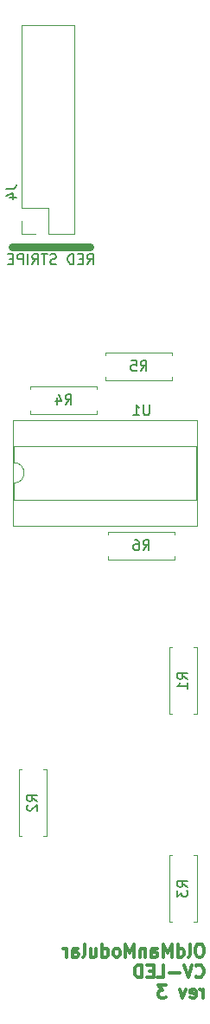
<source format=gbr>
%TF.GenerationSoftware,KiCad,Pcbnew,(6.0.0)*%
%TF.CreationDate,2022-02-22T23:17:02-05:00*%
%TF.ProjectId,LedController1,4c656443-6f6e-4747-926f-6c6c6572312e,rev?*%
%TF.SameCoordinates,Original*%
%TF.FileFunction,Legend,Bot*%
%TF.FilePolarity,Positive*%
%FSLAX46Y46*%
G04 Gerber Fmt 4.6, Leading zero omitted, Abs format (unit mm)*
G04 Created by KiCad (PCBNEW (6.0.0)) date 2022-02-22 23:17:02*
%MOMM*%
%LPD*%
G01*
G04 APERTURE LIST*
%ADD10C,0.300000*%
%ADD11C,0.150000*%
%ADD12C,0.750000*%
%ADD13C,0.120000*%
G04 APERTURE END LIST*
D10*
X19271691Y-93052164D02*
X19033596Y-93052164D01*
X18914548Y-93111688D01*
X18795501Y-93230735D01*
X18735977Y-93468830D01*
X18735977Y-93885497D01*
X18795501Y-94123592D01*
X18914548Y-94242640D01*
X19033596Y-94302164D01*
X19271691Y-94302164D01*
X19390739Y-94242640D01*
X19509786Y-94123592D01*
X19569310Y-93885497D01*
X19569310Y-93468830D01*
X19509786Y-93230735D01*
X19390739Y-93111688D01*
X19271691Y-93052164D01*
X18021691Y-94302164D02*
X18140739Y-94242640D01*
X18200263Y-94123592D01*
X18200263Y-93052164D01*
X17009786Y-94302164D02*
X17009786Y-93052164D01*
X17009786Y-94242640D02*
X17128834Y-94302164D01*
X17366929Y-94302164D01*
X17485977Y-94242640D01*
X17545501Y-94183116D01*
X17605025Y-94064068D01*
X17605025Y-93706926D01*
X17545501Y-93587878D01*
X17485977Y-93528354D01*
X17366929Y-93468830D01*
X17128834Y-93468830D01*
X17009786Y-93528354D01*
X16414548Y-94302164D02*
X16414548Y-93052164D01*
X15997882Y-93945021D01*
X15581215Y-93052164D01*
X15581215Y-94302164D01*
X14450263Y-94302164D02*
X14450263Y-93647402D01*
X14509786Y-93528354D01*
X14628834Y-93468830D01*
X14866929Y-93468830D01*
X14985977Y-93528354D01*
X14450263Y-94242640D02*
X14569310Y-94302164D01*
X14866929Y-94302164D01*
X14985977Y-94242640D01*
X15045501Y-94123592D01*
X15045501Y-94004545D01*
X14985977Y-93885497D01*
X14866929Y-93825973D01*
X14569310Y-93825973D01*
X14450263Y-93766449D01*
X13855025Y-93468830D02*
X13855025Y-94302164D01*
X13855025Y-93587878D02*
X13795501Y-93528354D01*
X13676453Y-93468830D01*
X13497882Y-93468830D01*
X13378834Y-93528354D01*
X13319310Y-93647402D01*
X13319310Y-94302164D01*
X12724072Y-94302164D02*
X12724072Y-93052164D01*
X12307406Y-93945021D01*
X11890739Y-93052164D01*
X11890739Y-94302164D01*
X11116929Y-94302164D02*
X11235977Y-94242640D01*
X11295501Y-94183116D01*
X11355025Y-94064068D01*
X11355025Y-93706926D01*
X11295501Y-93587878D01*
X11235977Y-93528354D01*
X11116929Y-93468830D01*
X10938358Y-93468830D01*
X10819310Y-93528354D01*
X10759786Y-93587878D01*
X10700263Y-93706926D01*
X10700263Y-94064068D01*
X10759786Y-94183116D01*
X10819310Y-94242640D01*
X10938358Y-94302164D01*
X11116929Y-94302164D01*
X9628834Y-94302164D02*
X9628834Y-93052164D01*
X9628834Y-94242640D02*
X9747882Y-94302164D01*
X9985977Y-94302164D01*
X10105025Y-94242640D01*
X10164548Y-94183116D01*
X10224072Y-94064068D01*
X10224072Y-93706926D01*
X10164548Y-93587878D01*
X10105025Y-93528354D01*
X9985977Y-93468830D01*
X9747882Y-93468830D01*
X9628834Y-93528354D01*
X8497882Y-93468830D02*
X8497882Y-94302164D01*
X9033596Y-93468830D02*
X9033596Y-94123592D01*
X8974072Y-94242640D01*
X8855025Y-94302164D01*
X8676453Y-94302164D01*
X8557406Y-94242640D01*
X8497882Y-94183116D01*
X7724072Y-94302164D02*
X7843120Y-94242640D01*
X7902644Y-94123592D01*
X7902644Y-93052164D01*
X6712167Y-94302164D02*
X6712167Y-93647402D01*
X6771691Y-93528354D01*
X6890739Y-93468830D01*
X7128834Y-93468830D01*
X7247882Y-93528354D01*
X6712167Y-94242640D02*
X6831215Y-94302164D01*
X7128834Y-94302164D01*
X7247882Y-94242640D01*
X7307406Y-94123592D01*
X7307406Y-94004545D01*
X7247882Y-93885497D01*
X7128834Y-93825973D01*
X6831215Y-93825973D01*
X6712167Y-93766449D01*
X6116929Y-94302164D02*
X6116929Y-93468830D01*
X6116929Y-93706926D02*
X6057406Y-93587878D01*
X5997882Y-93528354D01*
X5878834Y-93468830D01*
X5759786Y-93468830D01*
X18795501Y-96195616D02*
X18855025Y-96255140D01*
X19033596Y-96314664D01*
X19152644Y-96314664D01*
X19331215Y-96255140D01*
X19450263Y-96136092D01*
X19509786Y-96017045D01*
X19569310Y-95778949D01*
X19569310Y-95600378D01*
X19509786Y-95362283D01*
X19450263Y-95243235D01*
X19331215Y-95124188D01*
X19152644Y-95064664D01*
X19033596Y-95064664D01*
X18855025Y-95124188D01*
X18795501Y-95183711D01*
X18438358Y-95064664D02*
X18021691Y-96314664D01*
X17605025Y-95064664D01*
X17188358Y-95838473D02*
X16235977Y-95838473D01*
X15045501Y-96314664D02*
X15640739Y-96314664D01*
X15640739Y-95064664D01*
X14628834Y-95659902D02*
X14212167Y-95659902D01*
X14033596Y-96314664D02*
X14628834Y-96314664D01*
X14628834Y-95064664D01*
X14033596Y-95064664D01*
X13497882Y-96314664D02*
X13497882Y-95064664D01*
X13200263Y-95064664D01*
X13021691Y-95124188D01*
X12902644Y-95243235D01*
X12843120Y-95362283D01*
X12783596Y-95600378D01*
X12783596Y-95778949D01*
X12843120Y-96017045D01*
X12902644Y-96136092D01*
X13021691Y-96255140D01*
X13200263Y-96314664D01*
X13497882Y-96314664D01*
X19509786Y-98327164D02*
X19509786Y-97493830D01*
X19509786Y-97731926D02*
X19450263Y-97612878D01*
X19390739Y-97553354D01*
X19271691Y-97493830D01*
X19152644Y-97493830D01*
X18259786Y-98267640D02*
X18378834Y-98327164D01*
X18616929Y-98327164D01*
X18735977Y-98267640D01*
X18795501Y-98148592D01*
X18795501Y-97672402D01*
X18735977Y-97553354D01*
X18616929Y-97493830D01*
X18378834Y-97493830D01*
X18259786Y-97553354D01*
X18200263Y-97672402D01*
X18200263Y-97791449D01*
X18795501Y-97910497D01*
X17783596Y-97493830D02*
X17485977Y-98327164D01*
X17188358Y-97493830D01*
X15878834Y-97077164D02*
X15105025Y-97077164D01*
X15521691Y-97553354D01*
X15343120Y-97553354D01*
X15224072Y-97612878D01*
X15164548Y-97672402D01*
X15105025Y-97791449D01*
X15105025Y-98089068D01*
X15164548Y-98208116D01*
X15224072Y-98267640D01*
X15343120Y-98327164D01*
X15700263Y-98327164D01*
X15819310Y-98267640D01*
X15878834Y-98208116D01*
D11*
X8143428Y-26614380D02*
X8476761Y-26138190D01*
X8714857Y-26614380D02*
X8714857Y-25614380D01*
X8333904Y-25614380D01*
X8238666Y-25662000D01*
X8191047Y-25709619D01*
X8143428Y-25804857D01*
X8143428Y-25947714D01*
X8191047Y-26042952D01*
X8238666Y-26090571D01*
X8333904Y-26138190D01*
X8714857Y-26138190D01*
X7714857Y-26090571D02*
X7381523Y-26090571D01*
X7238666Y-26614380D02*
X7714857Y-26614380D01*
X7714857Y-25614380D01*
X7238666Y-25614380D01*
X6810095Y-26614380D02*
X6810095Y-25614380D01*
X6572000Y-25614380D01*
X6429142Y-25662000D01*
X6333904Y-25757238D01*
X6286285Y-25852476D01*
X6238666Y-26042952D01*
X6238666Y-26185809D01*
X6286285Y-26376285D01*
X6333904Y-26471523D01*
X6429142Y-26566761D01*
X6572000Y-26614380D01*
X6810095Y-26614380D01*
X5095809Y-26566761D02*
X4952952Y-26614380D01*
X4714857Y-26614380D01*
X4619619Y-26566761D01*
X4571999Y-26519142D01*
X4524380Y-26423904D01*
X4524380Y-26328666D01*
X4571999Y-26233428D01*
X4619619Y-26185809D01*
X4714857Y-26138190D01*
X4905333Y-26090571D01*
X5000571Y-26042952D01*
X5048190Y-25995333D01*
X5095809Y-25900095D01*
X5095809Y-25804857D01*
X5048190Y-25709619D01*
X5000571Y-25662000D01*
X4905333Y-25614380D01*
X4667238Y-25614380D01*
X4524380Y-25662000D01*
X4238666Y-25614380D02*
X3667238Y-25614380D01*
X3952952Y-26614380D02*
X3952952Y-25614380D01*
X2762476Y-26614380D02*
X3095809Y-26138190D01*
X3333904Y-26614380D02*
X3333904Y-25614380D01*
X2952952Y-25614380D01*
X2857714Y-25662000D01*
X2810095Y-25709619D01*
X2762476Y-25804857D01*
X2762476Y-25947714D01*
X2810095Y-26042952D01*
X2857714Y-26090571D01*
X2952952Y-26138190D01*
X3333904Y-26138190D01*
X2333904Y-26614380D02*
X2333904Y-25614380D01*
X1857714Y-26614380D02*
X1857714Y-25614380D01*
X1476761Y-25614380D01*
X1381523Y-25662000D01*
X1333904Y-25709619D01*
X1286285Y-25804857D01*
X1286285Y-25947714D01*
X1333904Y-26042952D01*
X1381523Y-26090571D01*
X1476761Y-26138190D01*
X1857714Y-26138190D01*
X857714Y-26090571D02*
X524380Y-26090571D01*
X381523Y-26614380D02*
X857714Y-26614380D01*
X857714Y-25614380D01*
X381523Y-25614380D01*
D12*
X762000Y-24892000D02*
X8382000Y-24892000D01*
D11*
%TO.C,U1*%
X14223904Y-40346380D02*
X14223904Y-41155904D01*
X14176285Y-41251142D01*
X14128666Y-41298761D01*
X14033428Y-41346380D01*
X13842952Y-41346380D01*
X13747714Y-41298761D01*
X13700095Y-41251142D01*
X13652476Y-41155904D01*
X13652476Y-40346380D01*
X12652476Y-41346380D02*
X13223904Y-41346380D01*
X12938190Y-41346380D02*
X12938190Y-40346380D01*
X13033428Y-40489238D01*
X13128666Y-40584476D01*
X13223904Y-40632095D01*
%TO.C,R6*%
X13628666Y-54554380D02*
X13962000Y-54078190D01*
X14200095Y-54554380D02*
X14200095Y-53554380D01*
X13819142Y-53554380D01*
X13723904Y-53602000D01*
X13676285Y-53649619D01*
X13628666Y-53744857D01*
X13628666Y-53887714D01*
X13676285Y-53982952D01*
X13723904Y-54030571D01*
X13819142Y-54078190D01*
X14200095Y-54078190D01*
X12771523Y-53554380D02*
X12962000Y-53554380D01*
X13057238Y-53602000D01*
X13104857Y-53649619D01*
X13200095Y-53792476D01*
X13247714Y-53982952D01*
X13247714Y-54363904D01*
X13200095Y-54459142D01*
X13152476Y-54506761D01*
X13057238Y-54554380D01*
X12866761Y-54554380D01*
X12771523Y-54506761D01*
X12723904Y-54459142D01*
X12676285Y-54363904D01*
X12676285Y-54125809D01*
X12723904Y-54030571D01*
X12771523Y-53982952D01*
X12866761Y-53935333D01*
X13057238Y-53935333D01*
X13152476Y-53982952D01*
X13200095Y-54030571D01*
X13247714Y-54125809D01*
%TO.C,R5*%
X13374666Y-37028380D02*
X13708000Y-36552190D01*
X13946095Y-37028380D02*
X13946095Y-36028380D01*
X13565142Y-36028380D01*
X13469904Y-36076000D01*
X13422285Y-36123619D01*
X13374666Y-36218857D01*
X13374666Y-36361714D01*
X13422285Y-36456952D01*
X13469904Y-36504571D01*
X13565142Y-36552190D01*
X13946095Y-36552190D01*
X12469904Y-36028380D02*
X12946095Y-36028380D01*
X12993714Y-36504571D01*
X12946095Y-36456952D01*
X12850857Y-36409333D01*
X12612761Y-36409333D01*
X12517523Y-36456952D01*
X12469904Y-36504571D01*
X12422285Y-36599809D01*
X12422285Y-36837904D01*
X12469904Y-36933142D01*
X12517523Y-36980761D01*
X12612761Y-37028380D01*
X12850857Y-37028380D01*
X12946095Y-36980761D01*
X12993714Y-36933142D01*
%TO.C,R4*%
X6008666Y-40330380D02*
X6342000Y-39854190D01*
X6580095Y-40330380D02*
X6580095Y-39330380D01*
X6199142Y-39330380D01*
X6103904Y-39378000D01*
X6056285Y-39425619D01*
X6008666Y-39520857D01*
X6008666Y-39663714D01*
X6056285Y-39758952D01*
X6103904Y-39806571D01*
X6199142Y-39854190D01*
X6580095Y-39854190D01*
X5151523Y-39663714D02*
X5151523Y-40330380D01*
X5389619Y-39282761D02*
X5627714Y-39997047D01*
X5008666Y-39997047D01*
%TO.C,R3*%
X17978380Y-87463333D02*
X17502190Y-87130000D01*
X17978380Y-86891904D02*
X16978380Y-86891904D01*
X16978380Y-87272857D01*
X17026000Y-87368095D01*
X17073619Y-87415714D01*
X17168857Y-87463333D01*
X17311714Y-87463333D01*
X17406952Y-87415714D01*
X17454571Y-87368095D01*
X17502190Y-87272857D01*
X17502190Y-86891904D01*
X16978380Y-87796666D02*
X16978380Y-88415714D01*
X17359333Y-88082380D01*
X17359333Y-88225238D01*
X17406952Y-88320476D01*
X17454571Y-88368095D01*
X17549809Y-88415714D01*
X17787904Y-88415714D01*
X17883142Y-88368095D01*
X17930761Y-88320476D01*
X17978380Y-88225238D01*
X17978380Y-87939523D01*
X17930761Y-87844285D01*
X17883142Y-87796666D01*
%TO.C,R2*%
X3246380Y-79081333D02*
X2770190Y-78748000D01*
X3246380Y-78509904D02*
X2246380Y-78509904D01*
X2246380Y-78890857D01*
X2294000Y-78986095D01*
X2341619Y-79033714D01*
X2436857Y-79081333D01*
X2579714Y-79081333D01*
X2674952Y-79033714D01*
X2722571Y-78986095D01*
X2770190Y-78890857D01*
X2770190Y-78509904D01*
X2341619Y-79462285D02*
X2294000Y-79509904D01*
X2246380Y-79605142D01*
X2246380Y-79843238D01*
X2294000Y-79938476D01*
X2341619Y-79986095D01*
X2436857Y-80033714D01*
X2532095Y-80033714D01*
X2674952Y-79986095D01*
X3246380Y-79414666D01*
X3246380Y-80033714D01*
%TO.C,R1*%
X17978380Y-67143333D02*
X17502190Y-66810000D01*
X17978380Y-66571904D02*
X16978380Y-66571904D01*
X16978380Y-66952857D01*
X17026000Y-67048095D01*
X17073619Y-67095714D01*
X17168857Y-67143333D01*
X17311714Y-67143333D01*
X17406952Y-67095714D01*
X17454571Y-67048095D01*
X17502190Y-66952857D01*
X17502190Y-66571904D01*
X17978380Y-68095714D02*
X17978380Y-67524285D01*
X17978380Y-67810000D02*
X16978380Y-67810000D01*
X17121238Y-67714761D01*
X17216476Y-67619523D01*
X17264095Y-67524285D01*
%TO.C,J4*%
X214380Y-19224666D02*
X928666Y-19224666D01*
X1071523Y-19177047D01*
X1166761Y-19081809D01*
X1214380Y-18938952D01*
X1214380Y-18843714D01*
X547714Y-20129428D02*
X1214380Y-20129428D01*
X166761Y-19891333D02*
X881047Y-19653238D01*
X881047Y-20272285D01*
D13*
%TO.C,U1*%
X951000Y-48000000D02*
G75*
G03*
X951000Y-46000000I0J1000000D01*
G01*
X951000Y-46000000D02*
X951000Y-44350000D01*
X951000Y-44350000D02*
X18851000Y-44350000D01*
X18851000Y-44350000D02*
X18851000Y-49650000D01*
X18851000Y-49650000D02*
X951000Y-49650000D01*
X951000Y-49650000D02*
X951000Y-48000000D01*
X891000Y-41860000D02*
X18911000Y-41860000D01*
X18911000Y-41860000D02*
X18911000Y-52140000D01*
X18911000Y-52140000D02*
X891000Y-52140000D01*
X891000Y-52140000D02*
X891000Y-41860000D01*
%TO.C,R6*%
X16732000Y-52732000D02*
X16732000Y-53062000D01*
X10192000Y-52732000D02*
X16732000Y-52732000D01*
X10192000Y-53062000D02*
X10192000Y-52732000D01*
X16732000Y-55472000D02*
X16732000Y-55142000D01*
X10192000Y-55472000D02*
X16732000Y-55472000D01*
X10192000Y-55142000D02*
X10192000Y-55472000D01*
%TO.C,R5*%
X16478000Y-35206000D02*
X16478000Y-35536000D01*
X9938000Y-35206000D02*
X16478000Y-35206000D01*
X9938000Y-35536000D02*
X9938000Y-35206000D01*
X16478000Y-37946000D02*
X16478000Y-37616000D01*
X9938000Y-37946000D02*
X16478000Y-37946000D01*
X9938000Y-37616000D02*
X9938000Y-37946000D01*
%TO.C,R4*%
X2572000Y-41248000D02*
X2572000Y-40918000D01*
X9112000Y-41248000D02*
X2572000Y-41248000D01*
X9112000Y-40918000D02*
X9112000Y-41248000D01*
X2572000Y-38508000D02*
X2572000Y-38838000D01*
X9112000Y-38508000D02*
X2572000Y-38508000D01*
X9112000Y-38838000D02*
X9112000Y-38508000D01*
%TO.C,R3*%
X18896000Y-90900000D02*
X18566000Y-90900000D01*
X18896000Y-84360000D02*
X18896000Y-90900000D01*
X18566000Y-84360000D02*
X18896000Y-84360000D01*
X16156000Y-90900000D02*
X16486000Y-90900000D01*
X16156000Y-84360000D02*
X16156000Y-90900000D01*
X16486000Y-84360000D02*
X16156000Y-84360000D01*
%TO.C,R2*%
X4164000Y-82518000D02*
X3834000Y-82518000D01*
X4164000Y-75978000D02*
X4164000Y-82518000D01*
X3834000Y-75978000D02*
X4164000Y-75978000D01*
X1424000Y-82518000D02*
X1754000Y-82518000D01*
X1424000Y-75978000D02*
X1424000Y-82518000D01*
X1754000Y-75978000D02*
X1424000Y-75978000D01*
%TO.C,R1*%
X18896000Y-70580000D02*
X18566000Y-70580000D01*
X18896000Y-64040000D02*
X18896000Y-70580000D01*
X18566000Y-64040000D02*
X18896000Y-64040000D01*
X16156000Y-70580000D02*
X16486000Y-70580000D01*
X16156000Y-64040000D02*
X16156000Y-70580000D01*
X16486000Y-64040000D02*
X16156000Y-64040000D01*
%TO.C,J4*%
X1713000Y-3227000D02*
X6913000Y-3227000D01*
X1713000Y-21067000D02*
X1713000Y-3227000D01*
X6913000Y-23667000D02*
X6913000Y-3227000D01*
X1713000Y-21067000D02*
X4313000Y-21067000D01*
X4313000Y-21067000D02*
X4313000Y-23667000D01*
X4313000Y-23667000D02*
X6913000Y-23667000D01*
X1713000Y-22337000D02*
X1713000Y-23667000D01*
X1713000Y-23667000D02*
X3043000Y-23667000D01*
%TD*%
M02*

</source>
